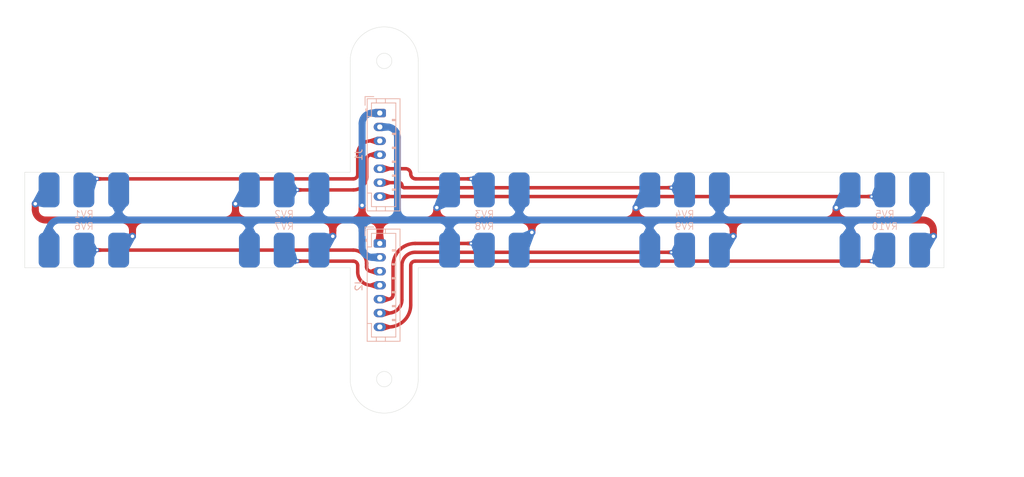
<source format=kicad_pcb>
(kicad_pcb (version 20240108) (generator "pcbnew") (generator_version "8.0")
  (layers (0 "F.Cu" signal) (31 "B.Cu" signal) (34 "B.Paste" user) (35 "F.Paste" user) (36 "B.SilkS" user "B.Silkscreen") (37 "F.SilkS" user "F.Silkscreen") (38 "B.Mask" user) (39 "F.Mask" user) (44 "Edge.Cuts" user))
  (net 0 "")
  (net 1 "Net-(J1-Pin_3)")
  (net 2 "Net-(J1-Pin_5)")
  (net 3 "Net-(J1-Pin_7)")
  (net 4 "Net-(J1-Pin_6)")
  (net 5 "+3.3V")
  (net 6 "GND")
  (net 7 "Net-(J1-Pin_4)")
  (net 8 "Net-(J2-Pin_7)")
  (net 9 "Net-(J2-Pin_3)")
  (net 10 "Net-(J2-Pin_4)")
  (net 11 "Net-(J2-Pin_6)")
  (net 12 "Net-(J2-Pin_5)")
  (footprint "Additional:WH148" (layer "B.Cu") (at 150.29717 92.3216 180)
    (property "Reference" "RV3" (at 0 -3.4925 0) (layer "B.SilkS") (effects (font (thickness 0.1)) (justify mirror)))
    (property "Value" "5K")
    (pad "1" smd roundrect (at 5 0 180) (size 3 5) (layers "B.Cu" "B.Paste" "B.Mask") (net 6 "GND"))
    (pad "2" smd roundrect (at 0 0 180) (size 3 5) (layers "B.Cu" "B.Paste" "B.Mask") (net 2 "Net-(J1-Pin_5)"))
    (pad "3" smd roundrect (at -5 0 180) (size 3 5) (layers "B.Cu" "B.Paste" "B.Mask") (net 5 "+3.3V"))
  )
  (footprint "Additional:WH148" (layer "B.Cu") (at 150.29717 100.965)
    (property "Reference" "RV8" (at 0 -3.40465 0) (layer "B.SilkS") (effects (font (thickness 0.1)) (justify mirror)))
    (property "Value" "5K")
    (pad "1" smd roundrect (at 5 0) (size 3 5) (layers "B.Cu" "B.Paste" "B.Mask") (net 6 "GND"))
    (pad "2" smd roundrect (at 0 0) (size 3 5) (layers "B.Cu" "B.Paste" "B.Mask") (net 12 "Net-(J2-Pin_5)"))
    (pad "3" smd roundrect (at -5 0) (size 3 5) (layers "B.Cu" "B.Paste" "B.Mask") (net 5 "+3.3V"))
  )
  (footprint "Connector_JST:JST_PH_B7B-PH-K_1x07_P2.00mm_Vertical" (layer "B.Cu") (at 135.273244 100.0125 -90)
    (property "Reference" "J2" (at 6 3.01625 90) (layer "B.SilkS") (effects (justify mirror)))
    (property "Value" "Conn_01x07")
    (fp_line (start -2.36 2.11) (end -1.11 2.11) (stroke (width 0.12)) (layer "B.SilkS"))
    (fp_line (start -0.6 2.01) (end -0.3 2.01) (stroke (width 0.12)) (layer "B.SilkS"))
    (fp_line (start -0.3 2.01) (end -0.3 1.81) (stroke (width 0.12)) (layer "B.SilkS"))
    (fp_line (start -0.6 1.91) (end -0.3 1.91) (stroke (width 0.12)) (layer "B.SilkS"))
    (fp_line (start -2.06 1.81) (end 14.06 1.81) (stroke (width 0.12)) (layer "B.SilkS"))
    (fp_line (start -0.6 1.81) (end -0.6 2.01) (stroke (width 0.12)) (layer "B.SilkS"))
    (fp_line (start 11.5 1.81) (end 11.5 1.2) (stroke (width 0.12)) (layer "B.SilkS"))
    (fp_line (start 14.06 1.81) (end 14.06 -2.91) (stroke (width 0.12)) (layer "B.SilkS"))
    (fp_line (start -1.45 1.2) (end 0.5 1.2) (stroke (width 0.12)) (layer "B.SilkS"))
    (fp_line (start 0.5 1.2) (end 0.5 1.81) (stroke (width 0.12)) (layer "B.SilkS"))
    (fp_line (start 11.5 1.2) (end 13.45 1.2) (stroke (width 0.12)) (layer "B.SilkS"))
    (fp_line (start 13.45 1.2) (end 13.45 -2.3) (stroke (width 0.12)) (layer "B.SilkS"))
    (fp_line (start -2.36 0.86) (end -2.36 2.11) (stroke (width 0.12)) (layer "B.SilkS"))
    (fp_line (start -1.45 0.5) (end -2.06 0.5) (stroke (width 0.12)) (layer "B.SilkS"))
    (fp_line (start 13.45 0.5) (end 14.06 0.5) (stroke (width 0.12)) (layer "B.SilkS"))
    (fp_line (start -1.45 -0.8) (end -2.06 -0.8) (stroke (width 0.12)) (layer "B.SilkS"))
    (fp_line (start 13.45 -0.8) (end 14.06 -0.8) (stroke (width 0.12)) (layer "B.SilkS"))
    (fp_line (start 0.9 -1.8) (end 0.9 -2.3) (stroke (width 0.12)) (layer "B.SilkS"))
    (fp_line (start 1 -1.8) (end 1 -2.3) (stroke (width 0.12)) (layer "B.SilkS"))
    (fp_line (start 1.1 -1.8) (end 0.9 -1.8) (stroke (width 0.12)) (layer "B.SilkS"))
    (fp_line (start 2.9 -1.8) (end 2.9 -2.3) (stroke (width 0.12)) (layer "B.SilkS"))
    (fp_line (start 3 -1.8) (end 3 -2.3) (stroke (width 0.12)) (layer "B.SilkS"))
    (fp_line (start 3.1 -1.8) (end 2.9 -1.8) (stroke (width 0.12)) (layer "B.SilkS"))
    (fp_line (start 4.9 -1.8) (end 4.9 -2.3) (stroke (width 0.12)) (layer "B.SilkS"))
    (fp_line (start 5 -1.8) (end 5 -2.3) (stroke (width 0.12)) (layer "B.SilkS"))
    (fp_line (start 5.1 -1.8) (end 4.9 -1.8) (stroke (width 0.12)) (layer "B.SilkS"))
    (fp_line (start 6.9 -1.8) (end 6.9 -2.3) (stroke (width 0.12)) (layer "B.SilkS"))
    (fp_line (start 7 -1.8) (end 7 -2.3) (stroke (width 0.12)) (layer "B.SilkS"))
    (fp_line (start 7.1 -1.8) (end 6.9 -1.8) (stroke (width 0.12)) (layer "B.SilkS"))
    (fp_line (start 8.9 -1.8) (end 8.9 -2.3) (stroke (width 0.12)) (layer "B.SilkS"))
    (fp_line (start 9 -1.8) (end 9 -2.3) (stroke (width 0.12)) (layer "B.SilkS"))
    (fp_line (start 9.1 -1.8) (end 8.9 -1.8) (stroke (width 0.12)) (layer "B.SilkS"))
    (fp_line (start 10.9 -1.8) (end 10.9 -2.3) (stroke (width 0.12)) (layer "B.SilkS"))
    (fp_line (start 11 -1.8) (end 11 -2.3) (stroke (width 0.12)) (layer "B.SilkS"))
    (fp_line (start 11.1 -1.8) (end 10.9 -1.8) (stroke (width 0.12)) (layer "B.SilkS"))
    (fp_line (start -1.45 -2.3) (end -1.45 1.2) (stroke (width 0.12)) (layer "B.SilkS"))
    (fp_line (start 1.1 -2.3) (end 1.1 -1.8) (stroke (width 0.12)) (layer "B.SilkS"))
    (fp_line (start 3.1 -2.3) (end 3.1 -1.8) (stroke (width 0.12)) (layer "B.SilkS"))
    (fp_line (start 5.1 -2.3) (end 5.1 -1.8) (stroke (width 0.12)) (layer "B.SilkS"))
    (fp_line (start 7.1 -2.3) (end 7.1 -1.8) (stroke (width 0.12)) (layer "B.SilkS"))
    (fp_line (start 9.1 -2.3) (end 9.1 -1.8) (stroke (width 0.12)) (layer "B.SilkS"))
    (fp_line (start 11.1 -2.3) (end 11.1 -1.8) (stroke (width 0.12)) (layer "B.SilkS"))
    (fp_line (start 13.45 -2.3) (end -1.45 -2.3) (stroke (width 0.12)) (layer "B.SilkS"))
    (fp_line (start -2.06 -2.91) (end -2.06 1.81) (stroke (width 0.12)) (layer "B.SilkS"))
    (fp_line (start 14.06 -2.91) (end -2.06 -2.91) (stroke (width 0.12)) (layer "B.SilkS"))
    (pad "1" thru_hole roundrect (at 0 0 270) (size 1.2 1.75) (drill 0.75) (layers "*.Cu" "*.Mask") (roundrect_rratio 0.208333) (net 6 "GND"))
    (pad "2" thru_hole oval (at 2 0 270) (size 1.2 1.75) (drill 0.75) (layers "*.Cu" "*.Mask") (net 5 "+3.3V"))
    (pad "3" thru_hole oval (at 4 0 270) (size 1.2 1.75) (drill 0.75) (layers "*.Cu" "*.Mask") (net 9 "Net-(J2-Pin_3)"))
    (pad "4" thru_hole oval (at 6 0 270) (size 1.2 1.75) (drill 0.75) (layers "*.Cu" "*.Mask") (net 10 "Net-(J2-Pin_4)"))
    (pad "5" thru_hole oval (at 8 0 270) (size 1.2 1.75) (drill 0.75) (layers "*.Cu" "*.Mask") (net 12 "Net-(J2-Pin_5)"))
    (pad "6" thru_hole oval (at 10 0 270) (size 1.2 1.75) (drill 0.75) (layers "*.Cu" "*.Mask") (net 11 "Net-(J2-Pin_6)"))
    (pad "7" thru_hole oval (at 12 0 270) (size 1.2 1.75) (drill 0.75) (layers "*.Cu" "*.Mask") (net 8 "Net-(J2-Pin_7)"))
  )
  (footprint "Additional:WH148" (layer "B.Cu") (at 207.84287 92.3216 180)
    (property "Reference" "RV5" (at -0.001 -3.4925 0) (layer "B.SilkS") (effects (font (thickness 0.1)) (justify mirror)))
    (property "Value" "5K")
    (pad "1" smd roundrect (at 5 0 180) (size 3 5) (layers "B.Cu" "B.Paste" "B.Mask") (net 6 "GND"))
    (pad "2" smd roundrect (at 0 0 180) (size 3 5) (layers "B.Cu" "B.Paste" "B.Mask") (net 3 "Net-(J1-Pin_7)"))
    (pad "3" smd roundrect (at -5 0 180) (size 3 5) (layers "B.Cu" "B.Paste" "B.Mask") (net 5 "+3.3V"))
  )
  (footprint "Connector_JST:JST_PH_B7B-PH-K_1x07_P2.00mm_Vertical" (layer "B.Cu") (at 135.273244 81.2741 -90)
    (property "Reference" "J1" (at 6 3.01625 90) (layer "B.SilkS") (effects (justify mirror)))
    (property "Value" "Conn_01x07")
    (fp_line (start -2.36 2.11) (end -1.11 2.11) (stroke (width 0.12)) (layer "B.SilkS"))
    (fp_line (start -0.6 2.01) (end -0.3 2.01) (stroke (width 0.12)) (layer "B.SilkS"))
    (fp_line (start -0.3 2.01) (end -0.3 1.81) (stroke (width 0.12)) (layer "B.SilkS"))
    (fp_line (start -0.6 1.91) (end -0.3 1.91) (stroke (width 0.12)) (layer "B.SilkS"))
    (fp_line (start -2.06 1.81) (end 14.06 1.81) (stroke (width 0.12)) (layer "B.SilkS"))
    (fp_line (start -0.6 1.81) (end -0.6 2.01) (stroke (width 0.12)) (layer "B.SilkS"))
    (fp_line (start 11.5 1.81) (end 11.5 1.2) (stroke (width 0.12)) (layer "B.SilkS"))
    (fp_line (start 14.06 1.81) (end 14.06 -2.91) (stroke (width 0.12)) (layer "B.SilkS"))
    (fp_line (start -1.45 1.2) (end 0.5 1.2) (stroke (width 0.12)) (layer "B.SilkS"))
    (fp_line (start 0.5 1.2) (end 0.5 1.81) (stroke (width 0.12)) (layer "B.SilkS"))
    (fp_line (start 11.5 1.2) (end 13.45 1.2) (stroke (width 0.12)) (layer "B.SilkS"))
    (fp_line (start 13.45 1.2) (end 13.45 -2.3) (stroke (width 0.12)) (layer "B.SilkS"))
    (fp_line (start -2.36 0.86) (end -2.36 2.11) (stroke (width 0.12)) (layer "B.SilkS"))
    (fp_line (start -1.45 0.5) (end -2.06 0.5) (stroke (width 0.12)) (layer "B.SilkS"))
    (fp_line (start 13.45 0.5) (end 14.06 0.5) (stroke (width 0.12)) (layer "B.SilkS"))
    (fp_line (start -1.45 -0.8) (end -2.06 -0.8) (stroke (width 0.12)) (layer "B.SilkS"))
    (fp_line (start 13.45 -0.8) (end 14.06 -0.8) (stroke (width 0.12)) (layer "B.SilkS"))
    (fp_line (start 0.9 -1.8) (end 0.9 -2.3) (stroke (width 0.12)) (layer "B.SilkS"))
    (fp_line (start 1 -1.8) (end 1 -2.3) (stroke (width 0.12)) (layer "B.SilkS"))
    (fp_line (start 1.1 -1.8) (end 0.9 -1.8) (stroke (width 0.12)) (layer "B.SilkS"))
    (fp_line (start 2.9 -1.8) (end 2.9 -2.3) (stroke (width 0.12)) (layer "B.SilkS"))
    (fp_line (start 3 -1.8) (end 3 -2.3) (stroke (width 0.12)) (layer "B.SilkS"))
    (fp_line (start 3.1 -1.8) (end 2.9 -1.8) (stroke (width 0.12)) (layer "B.SilkS"))
    (fp_line (start 4.9 -1.8) (end 4.9 -2.3) (stroke (width 0.12)) (layer "B.SilkS"))
    (fp_line (start 5 -1.8) (end 5 -2.3) (stroke (width 0.12)) (layer "B.SilkS"))
    (fp_line (start 5.1 -1.8) (end 4.9 -1.8) (stroke (width 0.12)) (layer "B.SilkS"))
    (fp_line (start 6.9 -1.8) (end 6.9 -2.3) (stroke (width 0.12)) (layer "B.SilkS"))
    (fp_line (start 7 -1.8) (end 7 -2.3) (stroke (width 0.12)) (layer "B.SilkS"))
    (fp_line (start 7.1 -1.8) (end 6.9 -1.8) (stroke (width 0.12)) (layer "B.SilkS"))
    (fp_line (start 8.9 -1.8) (end 8.9 -2.3) (stroke (width 0.12)) (layer "B.SilkS"))
    (fp_line (start 9 -1.8) (end 9 -2.3) (stroke (width 0.12)) (layer "B.SilkS"))
    (fp_line (start 9.1 -1.8) (end 8.9 -1.8) (stroke (width 0.12)) (layer "B.SilkS"))
    (fp_line (start 10.9 -1.8) (end 10.9 -2.3) (stroke (width 0.12)) (layer "B.SilkS"))
    (fp_line (start 11 -1.8) (end 11 -2.3) (stroke (width 0.12)) (layer "B.SilkS"))
    (fp_line (start 11.1 -1.8) (end 10.9 -1.8) (stroke (width 0.12)) (layer "B.SilkS"))
    (fp_line (start -1.45 -2.3) (end -1.45 1.2) (stroke (width 0.12)) (layer "B.SilkS"))
    (fp_line (start 1.1 -2.3) (end 1.1 -1.8) (stroke (width 0.12)) (layer "B.SilkS"))
    (fp_line (start 3.1 -2.3) (end 3.1 -1.8) (stroke (width 0.12)) (layer "B.SilkS"))
    (fp_line (start 5.1 -2.3) (end 5.1 -1.8) (stroke (width 0.12)) (layer "B.SilkS"))
    (fp_line (start 7.1 -2.3) (end 7.1 -1.8) (stroke (width 0.12)) (layer "B.SilkS"))
    (fp_line (start 9.1 -2.3) (end 9.1 -1.8) (stroke (width 0.12)) (layer "B.SilkS"))
    (fp_line (start 11.1 -2.3) (end 11.1 -1.8) (stroke (width 0.12)) (layer "B.SilkS"))
    (fp_line (start 13.45 -2.3) (end -1.45 -2.3) (stroke (width 0.12)) (layer "B.SilkS"))
    (fp_line (start -2.06 -2.91) (end -2.06 1.81) (stroke (width 0.12)) (layer "B.SilkS"))
    (fp_line (start 14.06 -2.91) (end -2.06 -2.91) (stroke (width 0.12)) (layer "B.SilkS"))
    (pad "1" thru_hole roundrect (at 0 0 270) (size 1.2 1.75) (drill 0.75) (layers "*.Cu" "*.Mask") (roundrect_rratio 0.208333) (net 6 "GND"))
    (pad "2" thru_hole oval (at 2 0 270) (size 1.2 1.75) (drill 0.75) (layers "*.Cu" "*.Mask") (net 5 "+3.3V"))
    (pad "3" thru_hole oval (at 4 0 270) (size 1.2 1.75) (drill 0.75) (layers "*.Cu" "*.Mask") (net 1 "Net-(J1-Pin_3)"))
    (pad "4" thru_hole oval (at 6 0 270) (size 1.2 1.75) (drill 0.75) (layers "*.Cu" "*.Mask") (net 7 "Net-(J1-Pin_4)"))
    (pad "5" thru_hole oval (at 8 0 270) (size 1.2 1.75) (drill 0.75) (layers "*.Cu" "*.Mask") (net 2 "Net-(J1-Pin_5)"))
    (pad "6" thru_hole oval (at 10 0 270) (size 1.2 1.75) (drill 0.75) (layers "*.Cu" "*.Mask") (net 4 "Net-(J1-Pin_6)"))
    (pad "7" thru_hole oval (at 12 0 270) (size 1.2 1.75) (drill 0.75) (layers "*.Cu" "*.Mask") (net 3 "Net-(J1-Pin_7)"))
  )
  (footprint "Additional:WH148" (layer "B.Cu") (at 207.84287 100.965)
    (property "Reference" "RV10" (at 0.001 -3.40465 0) (layer "B.SilkS") (effects (font (thickness 0.1)) (justify mirror)))
    (property "Value" "5K")
    (pad "1" smd roundrect (at 5 0) (size 3 5) (layers "B.Cu" "B.Paste" "B.Mask") (net 6 "GND"))
    (pad "2" smd roundrect (at 0 0) (size 3 5) (layers "B.Cu" "B.Paste" "B.Mask") (net 8 "Net-(J2-Pin_7)"))
    (pad "3" smd roundrect (at -5 0) (size 3 5) (layers "B.Cu" "B.Paste" "B.Mask") (net 5 "+3.3V"))
  )
  (footprint "Additional:WH148" (layer "B.Cu") (at 179.07 92.3216 180)
    (property "Reference" "RV4" (at -0.001 -3.4925 0) (layer "B.SilkS") (effects (font (thickness 0.1)) (justify mirror)))
    (property "Value" "5K")
    (pad "1" smd roundrect (at 5 0 180) (size 3 5) (layers "B.Cu" "B.Paste" "B.Mask") (net 6 "GND"))
    (pad "2" smd roundrect (at 0 0 180) (size 3 5) (layers "B.Cu" "B.Paste" "B.Mask") (net 4 "Net-(J1-Pin_6)"))
    (pad "3" smd roundrect (at -5 0 180) (size 3 5) (layers "B.Cu" "B.Paste" "B.Mask") (net 5 "+3.3V"))
  )
  (footprint "Additional:WH148" (layer "B.Cu") (at 92.75147 100.965)
    (property "Reference" "RV6" (at 0 -3.40465 0) (layer "B.SilkS") (effects (font (thickness 0.1)) (justify mirror)))
    (property "Value" "5K")
    (pad "1" smd roundrect (at 5 0) (size 3 5) (layers "B.Cu" "B.Paste" "B.Mask") (net 6 "GND"))
    (pad "2" smd roundrect (at 0 0) (size 3 5) (layers "B.Cu" "B.Paste" "B.Mask") (net 9 "Net-(J2-Pin_3)"))
    (pad "3" smd roundrect (at -5 0) (size 3 5) (layers "B.Cu" "B.Paste" "B.Mask") (net 5 "+3.3V"))
  )
  (footprint "Additional:WH148" (layer "B.Cu") (at 92.75147 92.3216 180)
    (property "Reference" "RV1" (at 0 -3.4925 0) (layer "B.SilkS") (effects (font (thickness 0.1)) (justify mirror)))
    (property "Value" "5K")
    (pad "1" smd roundrect (at 5 0 180) (size 3 5) (layers "B.Cu" "B.Paste" "B.Mask") (net 6 "GND"))
    (pad "2" smd roundrect (at 0 0 180) (size 3 5) (layers "B.Cu" "B.Paste" "B.Mask") (net 1 "Net-(J1-Pin_3)"))
    (pad "3" smd roundrect (at -5 0 180) (size 3 5) (layers "B.Cu" "B.Paste" "B.Mask") (net 5 "+3.3V"))
  )
  (footprint "Additional:WH148" (layer "B.Cu") (at 121.53357 100.965)
    (property "Reference" "RV7" (at 0 -3.40465 0) (layer "B.SilkS") (effects (font (thickness 0.1)) (justify mirror)))
    (property "Value" "5K")
    (pad "1" smd roundrect (at 5 0) (size 3 5) (layers "B.Cu" "B.Paste" "B.Mask") (net 6 "GND"))
    (pad "2" smd roundrect (at 0 0) (size 3 5) (layers "B.Cu" "B.Paste" "B.Mask") (net 10 "Net-(J2-Pin_4)"))
    (pad "3" smd roundrect (at -5 0) (size 3 5) (layers "B.Cu" "B.Paste" "B.Mask") (net 5 "+3.3V"))
  )
  (footprint "Additional:WH148" (layer "B.Cu") (at 121.52427 92.3216 180)
    (property "Reference" "RV2" (at 0 -3.4925 0) (layer "B.SilkS") (effects (font (thickness 0.1)) (justify mirror)))
    (property "Value" "5K")
    (pad "1" smd roundrect (at 5 0 180) (size 3 5) (layers "B.Cu" "B.Paste" "B.Mask") (net 6 "GND"))
    (pad "2" smd roundrect (at 0 0 180) (size 3 5) (layers "B.Cu" "B.Paste" "B.Mask") (net 7 "Net-(J1-Pin_4)"))
    (pad "3" smd roundrect (at -5 0 180) (size 3 5) (layers "B.Cu" "B.Paste" "B.Mask") (net 5 "+3.3V"))
  )
  (footprint "Additional:WH148" (layer "B.Cu") (at 179.07 100.965)
    (property "Reference" "RV9" (at 0 -3.40465 0) (layer "B.SilkS") (effects (font (thickness 0.1)) (justify mirror)))
    (property "Value" "5K")
    (pad "1" smd roundrect (at 5 0) (size 3 5) (layers "B.Cu" "B.Paste" "B.Mask") (net 6 "GND"))
    (pad "2" smd roundrect (at 0 0) (size 3 5) (layers "B.Cu" "B.Paste" "B.Mask") (net 11 "Net-(J2-Pin_6)"))
    (pad "3" smd roundrect (at -5 0) (size 3 5) (layers "B.Cu" "B.Paste" "B.Mask") (net 5 "+3.3V"))
  )
  (gr_line (start 131.021444 89.7816) (end 131.021444 73.7823) (stroke (width 0.05)) (layer "Edge.Cuts"))
  (gr_line (start 140.795044 89.7816) (end 216.34287 89.7816) (stroke (width 0.05)) (layer "Edge.Cuts"))
  (gr_line (start 140.795044 103.505) (end 140.795044 119.5043) (stroke (width 0.05)) (layer "Edge.Cuts"))
  (gr_circle (center 135.908244 119.5043) (end 137.008244 119.5043) (stroke (width 0.05)) (fill none) (layer "Edge.Cuts"))
  (gr_arc (start 131.021444 73.7823) (mid 135.908244 68.8955) (end 140.795044 73.7823) (stroke (width 0.05)) (layer "Edge.Cuts"))
  (gr_line (start 131.021444 89.7816) (end 84.25147 89.7816) (stroke (width 0.05)) (layer "Edge.Cuts"))
  (gr_arc (start 140.795044 119.5043) (mid 135.908244 124.3911) (end 131.021444 119.5043) (stroke (width 0.05)) (layer "Edge.Cuts"))
  (gr_line (start 216.34287 89.7816) (end 216.34287 103.505) (stroke (width 0.05)) (layer "Edge.Cuts"))
  (gr_line (start 140.795044 73.7823) (end 140.795044 89.7816) (stroke (width 0.05)) (layer "Edge.Cuts"))
  (gr_line (start 84.25147 103.505) (end 84.25147 89.7816) (stroke (width 0.05)) (layer "Edge.Cuts"))
  (gr_line (start 131.021444 103.505) (end 84.25147 103.505) (stroke (width 0.05)) (layer "Edge.Cuts"))
  (gr_line (start 131.021444 103.505) (end 131.021444 119.5043) (stroke (width 0.05)) (layer "Edge.Cuts"))
  (gr_line (start 216.34287 103.505) (end 140.795044 103.505) (stroke (width 0.05)) (layer "Edge.Cuts"))
  (gr_circle (center 135.908244 73.7823) (end 137.008244 73.7823) (stroke (width 0.05)) (fill none) (layer "Edge.Cuts"))
  (segment (start 135.273244 85.2741) (end 134.003244 85.2741) (width 0.5) (layer "F.Cu") (net 1))
  (segment (start 131.463244 90.7341) (end 94.65647 90.7341) (width 0.5) (layer "F.Cu") (net 1))
  (segment (start 132.098244 87.1791) (end 132.098244 90.0991) (width 0.5) (layer "F.Cu") (net 1))
  (via (at 94.65647 90.7341) (size 0.6) (drill 0.3) (layers "F.Cu" "B.Cu") (net 1))
  (arc (start 131.463244 90.7341) (mid 131.912257 90.548113) (end 132.098244 90.0991) (width 0.5) (layer "F.Cu") (net 1))
  (arc (start 134.003244 85.2741) (mid 132.656206 85.832062) (end 132.098244 87.1791) (width 0.5) (layer "F.Cu") (net 1))
  (segment (start 94.65647 90.7341) (end 94.33897 90.7341) (width 0.5) (layer "B.Cu") (net 1))
  (segment (start 94.33897 90.7341) (end 92.75147 92.3216) (width 0.5) (layer "B.Cu") (net 1))
  (segment (start 139.717244 90.0041) (end 139.717244 90.0041) (width 0.5) (layer "F.Cu") (net 2))
  (segment (start 148.39217 90.7341) (end 140.447244 90.7341) (width 0.5) (layer "F.Cu") (net 2))
  (segment (start 138.987244 89.2741) (end 135.273244 89.2741) (width 0.5) (layer "F.Cu") (net 2))
  (via (at 148.39217 90.7341) (size 0.6) (drill 0.3) (layers "F.Cu" "B.Cu") (net 2))
  (arc (start 138.987244 89.2741) (mid 139.503432 89.487912) (end 139.717244 90.0041) (width 0.5) (layer "F.Cu") (net 2))
  (arc (start 140.447244 90.7341) (mid 139.931056 90.520288) (end 139.717244 90.0041) (width 0.5) (layer "F.Cu") (net 2))
  (segment (start 148.39217 90.7341) (end 148.70967 90.7341) (width 0.5) (layer "B.Cu") (net 2))
  (segment (start 148.70967 90.7341) (end 150.29717 92.3216) (width 0.5) (layer "B.Cu") (net 2))
  (segment (start 205.93787 93.2741) (end 135.273244 93.2741) (width 0.5) (layer "F.Cu") (net 3))
  (via (at 205.93787 93.2741) (size 0.6) (drill 0.3) (layers "F.Cu" "B.Cu") (net 3))
  (segment (start 206.89037 93.2741) (end 207.84287 92.3216) (width 0.5) (layer "B.Cu") (net 3))
  (segment (start 205.93787 93.2741) (end 206.89037 93.2741) (width 0.5) (layer "B.Cu") (net 3))
  (segment (start 177.165 92.0041) (end 138.812244 92.0041) (width 0.5) (layer "F.Cu") (net 4))
  (segment (start 138.082244 91.2741) (end 135.273244 91.2741) (width 0.5) (layer "F.Cu") (net 4))
  (segment (start 138.447244 91.6391) (end 138.447244 91.6391) (width 0.5) (layer "F.Cu") (net 4))
  (via (at 177.165 92.0041) (size 0.6) (drill 0.3) (layers "F.Cu" "B.Cu") (net 4))
  (arc (start 138.447244 91.6391) (mid 138.340338 91.381006) (end 138.082244 91.2741) (width 0.5) (layer "F.Cu") (net 4))
  (arc (start 138.812244 92.0041) (mid 138.55415 91.897194) (end 138.447244 91.6391) (width 0.5) (layer "F.Cu") (net 4))
  (segment (start 178.7525 92.0041) (end 179.07 92.3216) (width 0.5) (layer "B.Cu") (net 4))
  (segment (start 177.165 92.0041) (end 178.7525 92.0041) (width 0.5) (layer "B.Cu") (net 4))
  (segment (start 153.79717 96.6433) (end 146.79717 96.6433) (width 1) (layer "B.Cu") (net 5))
  (segment (start 185.57 96.6433) (end 185.57 96.6433) (width 0.1) (layer "B.Cu") (net 5))
  (segment (start 211.34287 96.6433) (end 204.34287 96.6433) (width 1) (layer "B.Cu") (net 5))
  (segment (start 145.29717 100.965) (end 145.29717 100.25125) (width 1) (layer "B.Cu") (net 5))
  (segment (start 97.75147 92.3216) (end 97.75147 95.1433) (width 1) (layer "B.Cu") (net 5))
  (segment (start 125.02427 96.6433) (end 118.03357 96.6433) (width 1) (layer "B.Cu") (net 5))
  (segment (start 96.25147 96.6433) (end 99.25147 96.6433) (width 1) (layer "B.Cu") (net 5))
  (segment (start 201.34287 96.6433) (end 204.34287 96.6433) (width 1) (layer "B.Cu") (net 5))
  (segment (start 156.79717 96.6433) (end 156.79717 96.6433) (width 0.1) (layer "B.Cu") (net 5))
  (segment (start 184.07 95.1433) (end 184.07 95.1433) (width 0.1) (layer "B.Cu") (net 5))
  (segment (start 137.813244 84.7741) (end 137.813244 95.1433) (width 1) (layer "B.Cu") (net 5))
  (segment (start 136.313244 96.6433) (end 139.313244 96.6433) (width 1) (layer "B.Cu") (net 5))
  (segment (start 128.03357 96.6433) (end 131.233244 96.6433) (width 1) (layer "B.Cu") (net 5))
  (segment (start 174.07 98.1433) (end 174.07 100.965) (width 1) (layer "B.Cu") (net 5))
  (segment (start 125.02427 96.6433) (end 128.03357 96.6433) (width 1) (layer "B.Cu") (net 5))
  (segment (start 132.733244 98.1433) (end 132.733244 100.5125) (width 1) (layer "B.Cu") (net 5))
  (segment (start 116.53357 98.1433) (end 116.53357 100.965) (width 1) (layer "B.Cu") (net 5))
  (segment (start 184.07 95.1433) (end 184.07 92.3216) (width 1) (layer "B.Cu") (net 5))
  (segment (start 172.57 96.6433) (end 175.57 96.6433) (width 1) (layer "B.Cu") (net 5))
  (segment (start 87.75147 100.965) (end 87.75147 98.1433) (width 1) (layer "B.Cu") (net 5))
  (segment (start 135.273244 83.2741) (end 136.313244 83.2741) (width 1) (layer "B.Cu") (net 5))
  (segment (start 115.03357 96.6433) (end 118.03357 96.6433) (width 1) (layer "B.Cu") (net 5))
  (segment (start 131.233244 96.6433) (end 134.233244 96.6433) (width 1) (layer "B.Cu") (net 5))
  (segment (start 116.53357 98.1433) (end 116.53357 98.1433) (width 1) (layer "B.Cu") (net 5))
  (segment (start 145.29717 98.1433) (end 145.29717 100.965) (width 1) (layer "B.Cu") (net 5))
  (segment (start 126.52427 95.1433) (end 126.52427 92.3216) (width 1) (layer "B.Cu") (net 5))
  (segment (start 156.79717 96.6433) (end 172.57 96.6433) (width 1) (layer "B.Cu") (net 5))
  (segment (start 182.57 96.6433) (end 185.57 96.6433) (width 1) (layer "B.Cu") (net 5))
  (segment (start 132.733244 98.1433) (end 132.733244 98.1433) (width 1) (layer "B.Cu") (net 5))
  (segment (start 185.57 96.6433) (end 201.34287 96.6433) (width 1) (layer "B.Cu") (net 5))
  (segment (start 126.52427 95.1433) (end 126.52427 95.1433) (width 1) (layer "B.Cu") (net 5))
  (segment (start 115.03357 96.6433) (end 99.25147 96.6433) (width 1) (layer "B.Cu") (net 5))
  (segment (start 89.25147 96.6433) (end 96.25147 96.6433) (width 1) (layer "B.Cu") (net 5))
  (segment (start 202.84287 98.1433) (end 202.84287 100.965) (width 1) (layer "B.Cu") (net 5))
  (segment (start 143.79717 96.6433) (end 146.79717 96.6433) (width 1) (layer "B.Cu") (net 5))
  (segment (start 153.79717 96.6433) (end 156.79717 96.6433) (width 1) (layer "B.Cu") (net 5))
  (segment (start 212.84287 92.3216) (end 212.84287 95.1433) (width 1) (layer "B.Cu") (net 5))
  (segment (start 182.57 96.6433) (end 175.57 96.6433) (width 1) (layer "B.Cu") (net 5))
  (segment (start 136.313244 96.6433) (end 134.233244 96.6433) (width 1) (layer "B.Cu") (net 5))
  (segment (start 139.313244 96.6433) (end 143.79717 96.6433) (width 1) (layer "B.Cu") (net 5))
  (segment (start 128.02427 96.6433) (end 128.03357 96.6433) (width 1) (layer "B.Cu") (net 5))
  (segment (start 134.233244 102.0125) (end 135.273244 102.0125) (width 1) (layer "B.Cu") (net 5))
  (segment (start 155.29717 92.3216) (end 155.29717 95.1433) (width 1) (layer "B.Cu") (net 5))
  (arc (start 97.75147 95.1433) (mid 98.19081 96.20396) (end 99.25147 96.6433) (width 1) (layer "B.Cu") (net 5))
  (arc (start 182.57 96.6433) (mid 183.63066 96.20396) (end 184.07 95.1433) (width 1) (layer "B.Cu") (net 5))
  (arc (start 145.29717 98.1433) (mid 144.85783 97.08264) (end 143.79717 96.6433) (width 1) (layer "B.Cu") (net 5))
  (arc (start 175.57 96.6433) (mid 174.50934 97.08264) (end 174.07 98.1433) (width 1) (layer "B.Cu") (net 5))
  (arc (start 132.733244 98.1433) (mid 133.172584 97.08264) (end 134.233244 96.6433) (width 1) (layer "B.Cu") (net 5))
  (arc (start 132.733244 98.1433) (mid 132.293904 97.08264) (end 131.233244 96.6433) (width 1) (layer "B.Cu") (net 5))
  (arc (start 145.29717 98.1433) (mid 145.73651 97.08264) (end 146.79717 96.6433) (width 1) (layer "B.Cu") (net 5))
  (arc (start 134.233244 102.0125) (mid 133.172584 101.57316) (end 132.733244 100.5125) (width 1) (layer "B.Cu") (net 5))
  (arc (start 201.34287 96.6433) (mid 202.40353 97.08264) (end 202.84287 98.1433) (width 1) (layer "B.Cu") (net 5))
  (arc (start 118.03357 96.6433) (mid 116.97291 97.08264) (end 116.53357 98.1433) (width 1) (layer "B.Cu") (net 5))
  (arc (start 128.02427 96.6433) (mid 126.96361 96.20396) (end 126.52427 95.1433) (width 1) (layer "B.Cu") (net 5))
  (arc (start 136.313244 96.6433) (mid 137.373904 96.20396) (end 137.813244 95.1433) (width 1) (layer "B.Cu") (net 5))
  (arc (start 139.313244 96.6433) (mid 138.252584 96.20396) (end 137.813244 95.1433) (width 1) (layer "B.Cu") (net 5))
  (arc (start 155.29717 95.1433) (mid 154.85783 96.20396) (end 153.79717 96.6433) (width 1) (layer "B.Cu") (net 5))
  (arc (start 204.34287 96.6433) (mid 203.28221 97.08264) (end 202.84287 98.1433) (width 1) (layer "B.Cu") (net 5))
  (arc (start 97.75147 95.1433) (mid 97.31213 96.20396) (end 96.25147 96.6433) (width 1) (layer "B.Cu") (net 5))
  (arc (start 137.813244 84.7741) (mid 137.373904 83.71344) (end 136.313244 83.2741) (width 1) (layer "B.Cu") (net 5))
  (arc (start 172.57 96.6433) (mid 173.63066 97.08264) (end 174.07 98.1433) (width 1) (layer "B.Cu") (net 5))
  (arc (start 156.79717 96.6433) (mid 155.73651 96.20396) (end 155.29717 95.1433) (width 1) (layer "B.Cu") (net 5))
  (arc (start 184.07 95.1433) (mid 184.50934 96.20396) (end 185.57 96.6433) (width 1) (layer "B.Cu") (net 5))
  (arc (start 212.84287 95.1433) (mid 212.40353 96.20396) (end 211.34287 96.6433) (width 1) (layer "B.Cu") (net 5))
  (arc (start 116.53357 98.1433) (mid 116.09423 97.08264) (end 115.03357 96.6433) (width 1) (layer "B.Cu") (net 5))
  (arc (start 87.75147 98.1433) (mid 88.19081 97.08264) (end 89.25147 96.6433) (width 1) (layer "B.Cu") (net 5))
  (arc (start 126.52427 95.1433) (mid 126.08493 96.20396) (end 125.02427 96.6433) (width 1) (layer "B.Cu") (net 5))
  (segment (start 170.585 96.6433) (end 158.62442 96.6433) (width 1) (layer "F.Cu") (net 6))
  (segment (start 170.585 96.6433) (end 170.585 96.6433) (width 1) (layer "F.Cu") (net 6))
  (segment (start 199.35787 96.6433) (end 202.35787 96.6433) (width 1) (layer "F.Cu") (net 6))
  (segment (start 136.773244 96.6433) (end 131.232244 96.6433) (width 1) (layer "F.Cu") (net 6))
  (segment (start 132.732244 94.5441) (end 132.732244 95.1433) (width 1) (layer "F.Cu") (net 6))
  (segment (start 136.773244 96.6433) (end 141.97092 96.6433) (width 1) (layer "F.Cu") (net 6))
  (segment (start 131.232244 96.6433) (end 131.244819 96.655875) (width 1) (layer "F.Cu") (net 6))
  (segment (start 172.085 95.1433) (end 172.085 94.8616) (width 1) (layer "F.Cu") (net 6))
  (segment (start 170.585 96.6433) (end 173.585 96.6433) (width 1) (layer "F.Cu") (net 6))
  (segment (start 173.585 96.6433) (end 184.555 96.6433) (width 1) (layer "F.Cu") (net 6))
  (segment (start 98.23647 96.6433) (end 101.23647 96.6433) (width 1) (layer "F.Cu") (net 6))
  (segment (start 87.26647 96.6433) (end 98.23647 96.6433) (width 1) (layer "F.Cu") (net 6))
  (segment (start 213.32787 96.6433) (end 202.35787 96.6433) (width 1) (layer "F.Cu") (net 6))
  (segment (start 155.62442 96.6433) (end 158.62442 96.6433) (width 1) (layer "F.Cu") (net 6))
  (segment (start 157.12442 98.1433) (end 157.12442 98.425) (width 1) (layer "F.Cu") (net 6))
  (segment (start 131.244819 96.655875) (end 134.005156 96.655875) (width 1) (layer "F.Cu") (net 6))
  (segment (start 143.47092 95.1433) (end 143.47092 94.8616) (width 1) (layer "F.Cu") (net 6))
  (segment (start 136.773244 96.6433) (end 136.773244 96.6433) (width 1) (layer "F.Cu") (net 6))
  (segment (start 184.555 96.6433) (end 187.555 96.6433) (width 1) (layer "F.Cu") (net 6))
  (segment (start 116.04857 96.6433) (end 113.04857 96.6433) (width 1) (layer "F.Cu") (net 6))
  (segment (start 214.82787 98.98) (end 214.82787 98.1433) (width 1) (layer "F.Cu") (net 6))
  (segment (start 144.97092 96.6433) (end 155.62442 96.6433) (width 1) (layer "F.Cu") (net 6))
  (segment (start 199.35787 96.6433) (end 199.35787 96.6433) (width 1) (layer "F.Cu") (net 6))
  (segment (start 116.03927 96.6433) (end 127.01857 96.6433) (width 1) (layer "F.Cu") (net 6))
  (segment (start 128.51857 98.1433) (end 128.51857 98.98) (width 1) (layer "F.Cu") (net 6))
  (segment (start 127.01857 96.6433) (end 130.01857 96.6433) (width 1) (layer "F.Cu") (net 6))
  (segment (start 133.773244 96.6433) (end 133.773244 96.6433) (width 1) (layer "F.Cu") (net 6))
  (segment (start 114.53927 95.1433) (end 114.53927 94.3066) (width 1) (layer "F.Cu") (net 6))
  (segment (start 144.97092 96.6433) (end 141.97092 96.6433) (width 1) (layer "F.Cu") (net 6))
  (segment (start 135.273244 98.1433) (end 135.273244 100.0125) (width 1) (layer "F.Cu") (net 6))
  (segment (start 99.73647 98.1433) (end 99.73647 98.98) (width 1) (layer "F.Cu") (net 6))
  (segment (start 113.03927 96.6433) (end 101.23647 96.6433) (width 1) (layer "F.Cu") (net 6))
  (segment (start 199.35787 96.6433) (end 187.555 96.6433) (width 1) (layer "F.Cu") (net 6))
  (segment (start 186.055 98.1433) (end 186.055 98.98) (width 1) (layer "F.Cu") (net 6))
  (segment (start 131.232244 96.6433) (end 130.01857 96.6433) (width 1) (layer "F.Cu") (net 6))
  (segment (start 200.85787 95.1433) (end 200.85787 95.1433) (width 1) (layer "F.Cu") (net 6))
  (segment (start 85.76647 94.3066) (end 85.76647 95.1433) (width 1) (layer "F.Cu") (net 6))
  (segment (start 173.585 96.6433) (end 173.585 96.6433) (width 1) (layer "F.Cu") (net 6))
  (via (at 114.53927 94.3066) (size 1) (drill 0.5) (layers "F.Cu" "B.Cu") (net 6))
  (via (at 200.85787 94.8616) (size 1) (drill 0.5) (layers "F.Cu" "B.Cu") (net 6))
  (via (at 132.732244 94.5441) (size 1) (drill 0.5) (layers "F.Cu" "B.Cu") (net 6))
  (via (at 157.12442 98.425) (size 1) (drill 0.5) (layers "F.Cu" "B.Cu") (net 6))
  (via (at 214.82787 98.98) (size 1) (drill 0.5) (layers "F.Cu" "B.Cu") (net 6))
  (via (at 143.47092 94.8616) (size 1) (drill 0.5) (layers "F.Cu" "B.Cu") (net 6))
  (via (at 99.73647 98.98) (size 1) (drill 0.5) (layers "F.Cu" "B.Cu") (net 6))
  (via (at 186.055 98.98) (size 1) (drill 0.5) (layers "F.Cu" "B.Cu") (net 6))
  (via (at 85.76647 94.3066) (size 1) (drill 0.5) (layers "F.Cu" "B.Cu") (net 6))
  (via (at 128.51857 98.98) (size 1) (drill 0.5) (layers "F.Cu" "B.Cu") (net 6))
  (via (at 172.085 94.8616) (size 1) (drill 0.5) (layers "F.Cu" "B.Cu") (net 6))
  (arc (start 143.47092 95.1433) (mid 143.91026 96.20396) (end 144.97092 96.6433) (width 1) (layer "F.Cu") (net 6))
  (arc (start 131.232244 96.6433) (mid 132.292904 96.20396) (end 132.732244 95.1433) (width 1) (layer "F.Cu") (net 6))
  (arc (start 186.055 98.1433) (mid 186.49434 97.08264) (end 187.555 96.6433) (width 1) (layer "F.Cu") (net 6))
  (arc (start 128.51857 98.1433) (mid 128.95791 97.08264) (end 130.01857 96.6433) (width 1) (layer "F.Cu") (net 6))
  (arc (start 157.12442 98.1433) (mid 157.56376 97.08264) (end 158.62442 96.6433) (width 1) (layer "F.Cu") (net 6))
  (arc (start 214.82787 98.1433) (mid 214.38853 97.08264) (end 213.32787 96.6433) (width 1) (layer "F.Cu") (net 6))
  (arc (start 202.35787 96.6433) (mid 201.29721 96.20396) (end 200.85787 95.1433) (width 1) (layer "F.Cu") (net 6))
  (arc (start 134.005156 96.655875) (mid 134.914198 97.165817) (end 135.273244 98.1433) (width 1) (layer "F.Cu") (net 6))
  (arc (start 136.773244 96.6433) (mid 135.712584 97.08264) (end 135.273244 98.1433) (width 1) (layer "F.Cu") (net 6))
  (arc (start 170.585 96.6433) (mid 171.64566 96.20396) (end 172.085 95.1433) (width 1) (layer "F.Cu") (net 6))
  (arc (start 200.85787 95.1433) (mid 200.41853 96.20396) (end 199.35787 96.6433) (width 1) (layer "F.Cu") (net 6))
  (arc (start 155.62442 96.6433) (mid 156.68508 97.08264) (end 157.12442 98.1433) (width 1) (layer "F.Cu") (net 6))
  (arc (start 184.555 96.6433) (mid 185.61566 97.08264) (end 186.055 98.1433) (width 1) (layer "F.Cu") (net 6))
  (arc (start 143.47092 95.1433) (mid 143.03158 96.20396) (end 141.97092 96.6433) (width 1) (layer "F.Cu") (net 6))
  (arc (start 85.76647 95.1433) (mid 86.20581 96.20396) (end 87.26647 96.6433) (width 1) (layer "F.Cu") (net 6))
  (arc (start 172.085 95.1433) (mid 172.52434 96.20396) (end 173.585 96.6433) (width 1) (layer "F.Cu") (net 6))
  (arc (start 114.53927 95.1433) (mid 114.97861 96.20396) (end 116.03927 96.6433) (width 1) (layer "F.Cu") (net 6))
  (arc (start 99.73647 98.1433) (mid 100.17581 97.08264) (end 101.23647 96.6433) (width 1) (layer "F.Cu") (net 6))
  (arc (start 134.232244 96.6433) (mid 133.171584 96.20396) (end 132.732244 95.1433) (width 1) (layer "F.Cu") (net 6))
  (arc (start 114.53927 95.1433) (mid 114.09993 96.20396) (end 113.03927 96.6433) (width 1) (layer "F.Cu") (net 6))
  (arc (start 127.01857 96.6433) (mid 128.07923 97.08264) (end 128.51857 98.1433) (width 1) (layer "F.Cu") (net 6))
  (arc (start 99.73647 98.1433) (mid 99.29713 97.08264) (end 98.23647 96.6433) (width 1) (layer "F.Cu") (net 6))
  (segment (start 174.07 92.8766) (end 174.07 92.3216) (width 1) (layer "B.Cu") (net 6))
  (segment (start 132.732244 94.5441) (end 132.732244 82.7741) (width 1) (layer "B.Cu") (net 6))
  (segment (start 157.12442 98.425) (end 155.29717 100.25225) (width 1) (layer "B.Cu") (net 6))
  (segment (start 200.85787 94.8616) (end 202.84287 92.8766) (width 1) (layer "B.Cu") (net 6))
  (segment (start 114.53927 94.3066) (end 116.52427 92.3216) (width 1) (layer "B.Cu") (net 6))
  (segment (start 155.29717 100.25225) (end 155.29717 100.965) (width 1) (layer "B.Cu") (net 6))
  (segment (start 172.085 94.8616) (end 174.07 92.8766) (width 1) (layer "B.Cu") (net 6))
  (segment (start 134.232244 81.2741) (end 135.273244 81.2741) (width 1) (layer "B.Cu") (net 6))
  (segment (start 145.29717 92.3216) (end 145.29717 93.03535) (width 1) (layer "B.Cu") (net 6))
  (segment (start 145.29717 93.03535) (end 143.47092 94.8616) (width 1) (layer "B.Cu") (net 6))
  (segment (start 128.51857 98.98) (end 126.53357 100.965) (width 1) (layer "B.Cu") (net 6))
  (segment (start 126.52427 100.994) (end 126.53357 101.0033) (width 0.2) (layer "B.Cu") (net 6))
  (segment (start 202.84287 92.8766) (end 202.84287 92.3216) (width 1) (layer "B.Cu") (net 6))
  (segment (start 186.055 98.98) (end 184.07 100.965) (width 1) (layer "B.Cu") (net 6))
  (segment (start 214.82787 98.98) (end 212.84287 100.965) (width 1) (layer "B.Cu") (net 6))
  (segment (start 85.76647 94.3066) (end 87.75147 92.3216) (width 1) (layer "B.Cu") (net 6))
  (segment (start 99.73647 98.98) (end 97.75147 100.965) (width 1) (layer "B.Cu") (net 6))
  (arc (start 132.732244 82.7741) (mid 133.171584 81.71344) (end 134.232244 81.2741) (width 1) (layer "B.Cu") (net 6))
  (segment (start 133.39147 90.4166) (end 133.39147 87.9091) (width 0.5) (layer "F.Cu") (net 7))
  (segment (start 123.42927 92.3216) (end 131.48647 92.3216) (width 0.5) (layer "F.Cu") (net 7))
  (segment (start 134.02647 87.2741) (end 135.273244 87.2741) (width 0.5) (layer "F.Cu") (net 7))
  (via (at 123.42927 92.3216) (size 0.6) (drill 0.3) (layers "F.Cu" "B.Cu") (net 7))
  (arc (start 131.48647 92.3216) (mid 132.833508 91.763638) (end 133.39147 90.4166) (width 0.5) (layer "F.Cu") (net 7))
  (arc (start 134.02647 87.2741) (mid 133.577457 87.460087) (end 133.39147 87.9091) (width 0.5) (layer "F.Cu") (net 7))
  (segment (start 123.42927 92.3216) (end 121.52427 92.3216) (width 0.5) (layer "B.Cu") (net 7))
  (segment (start 135.273244 112.0125) (end 136.543244 112.0125) (width 0.5) (layer "F.Cu") (net 8))
  (segment (start 139.718244 108.8375) (end 139.718244 103.1875) (width 0.5) (layer "F.Cu") (net 8))
  (segment (start 140.353244 102.5525) (end 205.93787 102.5525) (width 0.5) (layer "F.Cu") (net 8))
  (via (at 205.93787 102.5525) (size 0.6) (drill 0.3) (layers "F.Cu" "B.Cu") (net 8))
  (arc (start 139.718244 103.1875) (mid 139.904231 102.738487) (end 140.353244 102.5525) (width 0.5) (layer "F.Cu") (net 8))
  (arc (start 139.718244 108.8375) (mid 138.788308 111.082564) (end 136.543244 112.0125) (width 0.5) (layer "F.Cu") (net 8))
  (segment (start 205.93787 102.5525) (end 206.25537 102.5525) (width 0.5) (layer "B.Cu") (net 8))
  (segment (start 206.25537 102.5525) (end 207.84287 100.965) (width 0.5) (layer "B.Cu") (net 8))
  (segment (start 94.65647 100.965) (end 131.463244 100.965) (width 0.5) (layer "F.Cu") (net 9))
  (segment (start 134.003244 104.0125) (end 135.273244 104.0125) (width 0.5) (layer "F.Cu") (net 9))
  (segment (start 133.368244 102.87) (end 133.368244 103.3775) (width 0.5) (layer "F.Cu") (net 9))
  (via (at 94.65647 100.965) (size 0.6) (drill 0.3) (layers "F.Cu" "B.Cu") (net 9))
  (arc (start 131.463244 100.965) (mid 132.810282 101.522962) (end 133.368244 102.87) (width 0.5) (layer "F.Cu") (net 9))
  (arc (start 134.003244 104.0125) (mid 133.554231 103.826513) (end 133.368244 103.3775) (width 0.5) (layer "F.Cu") (net 9))
  (segment (start 94.65647 100.965) (end 92.75147 100.965) (width 0.5) (layer "B.Cu") (net 9))
  (segment (start 123.43857 102.5525) (end 131.463244 102.5525) (width 0.5) (layer "F.Cu") (net 10))
  (segment (start 134.003244 106.0125) (end 135.273244 106.0125) (width 0.5) (layer "F.Cu") (net 10))
  (segment (start 132.098244 103.1875) (end 132.098244 104.1075) (width 0.5) (layer "F.Cu") (net 10))
  (via (at 123.43857 102.5525) (size 0.6) (drill 0.3) (layers "F.Cu" "B.Cu") (net 10))
  (arc (start 134.003244 106.0125) (mid 132.656206 105.454538) (end 132.098244 104.1075) (width 0.5) (layer "F.Cu") (net 10))
  (arc (start 132.098244 103.1875) (mid 131.912257 102.738487) (end 131.463244 102.5525) (width 0.5) (layer "F.Cu") (net 10))
  (segment (start 123.43857 102.5525) (end 123.12107 102.5525) (width 0.5) (layer "B.Cu") (net 10))
  (segment (start 123.12107 102.5525) (end 121.53357 100.965) (width 0.5) (layer "B.Cu") (net 10))
  (segment (start 177.165 101.2825) (end 140.353244 101.2825) (width 0.5) (layer "F.Cu") (net 11))
  (segment (start 136.543244 110.0125) (end 135.273244 110.0125) (width 0.5) (layer "F.Cu") (net 11))
  (segment (start 138.448244 103.1875) (end 138.448244 108.1075) (width 0.5) (layer "F.Cu") (net 11))
  (via (at 177.165 101.2825) (size 0.6) (drill 0.3) (layers "F.Cu" "B.Cu") (net 11))
  (arc (start 140.353244 101.2825) (mid 139.006206 101.840462) (end 138.448244 103.1875) (width 0.5) (layer "F.Cu") (net 11))
  (arc (start 138.448244 108.1075) (mid 137.890282 109.454538) (end 136.543244 110.0125) (width 0.5) (layer "F.Cu") (net 11))
  (segment (start 177.165 101.2825) (end 178.7525 101.2825) (width 0.5) (layer "B.Cu") (net 11))
  (segment (start 178.7525 101.2825) (end 179.07 100.965) (width 0.5) (layer "B.Cu") (net 11))
  (segment (start 136.543244 108.0125) (end 135.273244 108.0125) (width 0.5) (layer "F.Cu") (net 12))
  (segment (start 137.178244 103.1875) (end 137.178244 107.3775) (width 0.5) (layer "F.Cu") (net 12))
  (segment (start 148.39217 100.0125) (end 140.353244 100.0125) (width 0.5) (layer "F.Cu") (net 12))
  (via (at 148.39217 100.0125) (size 0.6) (drill 0.3) (layers "F.Cu" "B.Cu") (net 12))
  (arc (start 140.353244 100.0125) (mid 138.10818 100.942436) (end 137.178244 103.1875) (width 0.5) (layer "F.Cu") (net 12))
  (arc (start 137.178244 107.3775) (mid 136.992257 107.826513) (end 136.543244 108.0125) (width 0.5) (layer "F.Cu") (net 12))
  (segment (start 149.34467 100.0125) (end 150.29717 100.965) (width 0.5) (layer "B.Cu") (net 12))
  (segment (start 148.39217 100.0125) (end 149.34467 100.0125) (width 0.5) (layer "B.Cu") (net 12))
)
</source>
